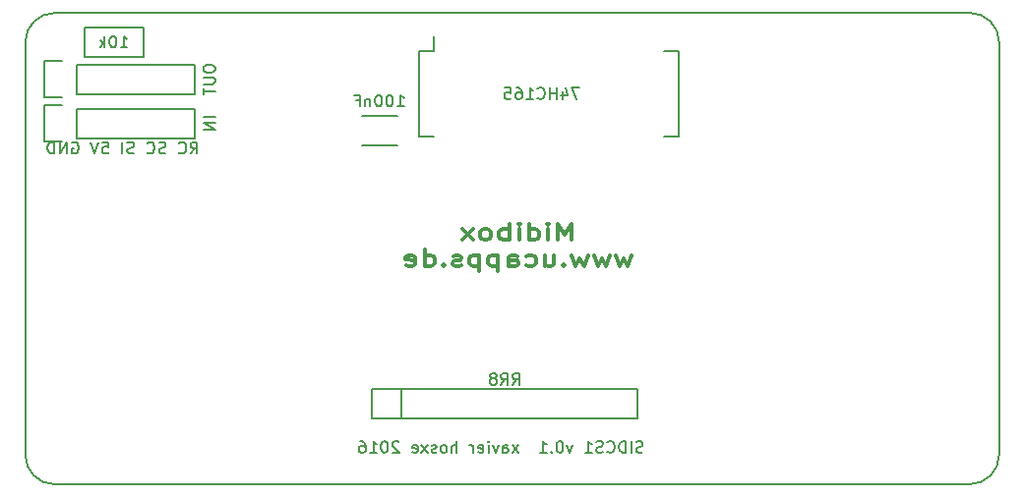
<source format=gbo>
G04 #@! TF.FileFunction,Legend,Bot*
%FSLAX46Y46*%
G04 Gerber Fmt 4.6, Leading zero omitted, Abs format (unit mm)*
G04 Created by KiCad (PCBNEW 4.0.2-4+6225~38~ubuntu14.04.1-stable) date jeu. 24 mars 2016 21:46:02 CET*
%MOMM*%
G01*
G04 APERTURE LIST*
%ADD10C,0.150000*%
%ADD11C,0.200000*%
%ADD12C,0.300000*%
G04 APERTURE END LIST*
D10*
D11*
X99305333Y-98496381D02*
X99638667Y-98020190D01*
X99876762Y-98496381D02*
X99876762Y-97496381D01*
X99495809Y-97496381D01*
X99400571Y-97544000D01*
X99352952Y-97591619D01*
X99305333Y-97686857D01*
X99305333Y-97829714D01*
X99352952Y-97924952D01*
X99400571Y-97972571D01*
X99495809Y-98020190D01*
X99876762Y-98020190D01*
X98305333Y-98401143D02*
X98352952Y-98448762D01*
X98495809Y-98496381D01*
X98591047Y-98496381D01*
X98733905Y-98448762D01*
X98829143Y-98353524D01*
X98876762Y-98258286D01*
X98924381Y-98067810D01*
X98924381Y-97924952D01*
X98876762Y-97734476D01*
X98829143Y-97639238D01*
X98733905Y-97544000D01*
X98591047Y-97496381D01*
X98495809Y-97496381D01*
X98352952Y-97544000D01*
X98305333Y-97591619D01*
X97162476Y-98448762D02*
X97019619Y-98496381D01*
X96781523Y-98496381D01*
X96686285Y-98448762D01*
X96638666Y-98401143D01*
X96591047Y-98305905D01*
X96591047Y-98210667D01*
X96638666Y-98115429D01*
X96686285Y-98067810D01*
X96781523Y-98020190D01*
X96972000Y-97972571D01*
X97067238Y-97924952D01*
X97114857Y-97877333D01*
X97162476Y-97782095D01*
X97162476Y-97686857D01*
X97114857Y-97591619D01*
X97067238Y-97544000D01*
X96972000Y-97496381D01*
X96733904Y-97496381D01*
X96591047Y-97544000D01*
X95591047Y-98401143D02*
X95638666Y-98448762D01*
X95781523Y-98496381D01*
X95876761Y-98496381D01*
X96019619Y-98448762D01*
X96114857Y-98353524D01*
X96162476Y-98258286D01*
X96210095Y-98067810D01*
X96210095Y-97924952D01*
X96162476Y-97734476D01*
X96114857Y-97639238D01*
X96019619Y-97544000D01*
X95876761Y-97496381D01*
X95781523Y-97496381D01*
X95638666Y-97544000D01*
X95591047Y-97591619D01*
X94448190Y-98448762D02*
X94305333Y-98496381D01*
X94067237Y-98496381D01*
X93971999Y-98448762D01*
X93924380Y-98401143D01*
X93876761Y-98305905D01*
X93876761Y-98210667D01*
X93924380Y-98115429D01*
X93971999Y-98067810D01*
X94067237Y-98020190D01*
X94257714Y-97972571D01*
X94352952Y-97924952D01*
X94400571Y-97877333D01*
X94448190Y-97782095D01*
X94448190Y-97686857D01*
X94400571Y-97591619D01*
X94352952Y-97544000D01*
X94257714Y-97496381D01*
X94019618Y-97496381D01*
X93876761Y-97544000D01*
X93448190Y-98496381D02*
X93448190Y-97496381D01*
X91733904Y-97496381D02*
X92210095Y-97496381D01*
X92257714Y-97972571D01*
X92210095Y-97924952D01*
X92114857Y-97877333D01*
X91876761Y-97877333D01*
X91781523Y-97924952D01*
X91733904Y-97972571D01*
X91686285Y-98067810D01*
X91686285Y-98305905D01*
X91733904Y-98401143D01*
X91781523Y-98448762D01*
X91876761Y-98496381D01*
X92114857Y-98496381D01*
X92210095Y-98448762D01*
X92257714Y-98401143D01*
X91400571Y-97496381D02*
X91067238Y-98496381D01*
X90733904Y-97496381D01*
X89114856Y-97544000D02*
X89210094Y-97496381D01*
X89352951Y-97496381D01*
X89495809Y-97544000D01*
X89591047Y-97639238D01*
X89638666Y-97734476D01*
X89686285Y-97924952D01*
X89686285Y-98067810D01*
X89638666Y-98258286D01*
X89591047Y-98353524D01*
X89495809Y-98448762D01*
X89352951Y-98496381D01*
X89257713Y-98496381D01*
X89114856Y-98448762D01*
X89067237Y-98401143D01*
X89067237Y-98067810D01*
X89257713Y-98067810D01*
X88638666Y-98496381D02*
X88638666Y-97496381D01*
X88067237Y-98496381D01*
X88067237Y-97496381D01*
X87591047Y-98496381D02*
X87591047Y-97496381D01*
X87352952Y-97496381D01*
X87210094Y-97544000D01*
X87114856Y-97639238D01*
X87067237Y-97734476D01*
X87019618Y-97924952D01*
X87019618Y-98067810D01*
X87067237Y-98258286D01*
X87114856Y-98353524D01*
X87210094Y-98448762D01*
X87352952Y-98496381D01*
X87591047Y-98496381D01*
X138239524Y-124229762D02*
X138096667Y-124277381D01*
X137858571Y-124277381D01*
X137763333Y-124229762D01*
X137715714Y-124182143D01*
X137668095Y-124086905D01*
X137668095Y-123991667D01*
X137715714Y-123896429D01*
X137763333Y-123848810D01*
X137858571Y-123801190D01*
X138049048Y-123753571D01*
X138144286Y-123705952D01*
X138191905Y-123658333D01*
X138239524Y-123563095D01*
X138239524Y-123467857D01*
X138191905Y-123372619D01*
X138144286Y-123325000D01*
X138049048Y-123277381D01*
X137810952Y-123277381D01*
X137668095Y-123325000D01*
X137239524Y-124277381D02*
X137239524Y-123277381D01*
X136763334Y-124277381D02*
X136763334Y-123277381D01*
X136525239Y-123277381D01*
X136382381Y-123325000D01*
X136287143Y-123420238D01*
X136239524Y-123515476D01*
X136191905Y-123705952D01*
X136191905Y-123848810D01*
X136239524Y-124039286D01*
X136287143Y-124134524D01*
X136382381Y-124229762D01*
X136525239Y-124277381D01*
X136763334Y-124277381D01*
X135191905Y-124182143D02*
X135239524Y-124229762D01*
X135382381Y-124277381D01*
X135477619Y-124277381D01*
X135620477Y-124229762D01*
X135715715Y-124134524D01*
X135763334Y-124039286D01*
X135810953Y-123848810D01*
X135810953Y-123705952D01*
X135763334Y-123515476D01*
X135715715Y-123420238D01*
X135620477Y-123325000D01*
X135477619Y-123277381D01*
X135382381Y-123277381D01*
X135239524Y-123325000D01*
X135191905Y-123372619D01*
X134810953Y-124229762D02*
X134668096Y-124277381D01*
X134430000Y-124277381D01*
X134334762Y-124229762D01*
X134287143Y-124182143D01*
X134239524Y-124086905D01*
X134239524Y-123991667D01*
X134287143Y-123896429D01*
X134334762Y-123848810D01*
X134430000Y-123801190D01*
X134620477Y-123753571D01*
X134715715Y-123705952D01*
X134763334Y-123658333D01*
X134810953Y-123563095D01*
X134810953Y-123467857D01*
X134763334Y-123372619D01*
X134715715Y-123325000D01*
X134620477Y-123277381D01*
X134382381Y-123277381D01*
X134239524Y-123325000D01*
X133287143Y-124277381D02*
X133858572Y-124277381D01*
X133572858Y-124277381D02*
X133572858Y-123277381D01*
X133668096Y-123420238D01*
X133763334Y-123515476D01*
X133858572Y-123563095D01*
X132191905Y-123610714D02*
X131953810Y-124277381D01*
X131715714Y-123610714D01*
X131144286Y-123277381D02*
X131049047Y-123277381D01*
X130953809Y-123325000D01*
X130906190Y-123372619D01*
X130858571Y-123467857D01*
X130810952Y-123658333D01*
X130810952Y-123896429D01*
X130858571Y-124086905D01*
X130906190Y-124182143D01*
X130953809Y-124229762D01*
X131049047Y-124277381D01*
X131144286Y-124277381D01*
X131239524Y-124229762D01*
X131287143Y-124182143D01*
X131334762Y-124086905D01*
X131382381Y-123896429D01*
X131382381Y-123658333D01*
X131334762Y-123467857D01*
X131287143Y-123372619D01*
X131239524Y-123325000D01*
X131144286Y-123277381D01*
X130382381Y-124182143D02*
X130334762Y-124229762D01*
X130382381Y-124277381D01*
X130430000Y-124229762D01*
X130382381Y-124182143D01*
X130382381Y-124277381D01*
X129382381Y-124277381D02*
X129953810Y-124277381D01*
X129668096Y-124277381D02*
X129668096Y-123277381D01*
X129763334Y-123420238D01*
X129858572Y-123515476D01*
X129953810Y-123563095D01*
X127525238Y-124277381D02*
X127001428Y-123610714D01*
X127525238Y-123610714D02*
X127001428Y-124277381D01*
X126191904Y-124277381D02*
X126191904Y-123753571D01*
X126239523Y-123658333D01*
X126334761Y-123610714D01*
X126525238Y-123610714D01*
X126620476Y-123658333D01*
X126191904Y-124229762D02*
X126287142Y-124277381D01*
X126525238Y-124277381D01*
X126620476Y-124229762D01*
X126668095Y-124134524D01*
X126668095Y-124039286D01*
X126620476Y-123944048D01*
X126525238Y-123896429D01*
X126287142Y-123896429D01*
X126191904Y-123848810D01*
X125810952Y-123610714D02*
X125572857Y-124277381D01*
X125334761Y-123610714D01*
X124953809Y-124277381D02*
X124953809Y-123610714D01*
X124953809Y-123277381D02*
X125001428Y-123325000D01*
X124953809Y-123372619D01*
X124906190Y-123325000D01*
X124953809Y-123277381D01*
X124953809Y-123372619D01*
X124096666Y-124229762D02*
X124191904Y-124277381D01*
X124382381Y-124277381D01*
X124477619Y-124229762D01*
X124525238Y-124134524D01*
X124525238Y-123753571D01*
X124477619Y-123658333D01*
X124382381Y-123610714D01*
X124191904Y-123610714D01*
X124096666Y-123658333D01*
X124049047Y-123753571D01*
X124049047Y-123848810D01*
X124525238Y-123944048D01*
X123620476Y-124277381D02*
X123620476Y-123610714D01*
X123620476Y-123801190D02*
X123572857Y-123705952D01*
X123525238Y-123658333D01*
X123430000Y-123610714D01*
X123334761Y-123610714D01*
X122239523Y-124277381D02*
X122239523Y-123277381D01*
X121810951Y-124277381D02*
X121810951Y-123753571D01*
X121858570Y-123658333D01*
X121953808Y-123610714D01*
X122096666Y-123610714D01*
X122191904Y-123658333D01*
X122239523Y-123705952D01*
X121191904Y-124277381D02*
X121287142Y-124229762D01*
X121334761Y-124182143D01*
X121382380Y-124086905D01*
X121382380Y-123801190D01*
X121334761Y-123705952D01*
X121287142Y-123658333D01*
X121191904Y-123610714D01*
X121049046Y-123610714D01*
X120953808Y-123658333D01*
X120906189Y-123705952D01*
X120858570Y-123801190D01*
X120858570Y-124086905D01*
X120906189Y-124182143D01*
X120953808Y-124229762D01*
X121049046Y-124277381D01*
X121191904Y-124277381D01*
X120477618Y-124229762D02*
X120382380Y-124277381D01*
X120191904Y-124277381D01*
X120096665Y-124229762D01*
X120049046Y-124134524D01*
X120049046Y-124086905D01*
X120096665Y-123991667D01*
X120191904Y-123944048D01*
X120334761Y-123944048D01*
X120429999Y-123896429D01*
X120477618Y-123801190D01*
X120477618Y-123753571D01*
X120429999Y-123658333D01*
X120334761Y-123610714D01*
X120191904Y-123610714D01*
X120096665Y-123658333D01*
X119715713Y-124277381D02*
X119191903Y-123610714D01*
X119715713Y-123610714D02*
X119191903Y-124277381D01*
X118429998Y-124229762D02*
X118525236Y-124277381D01*
X118715713Y-124277381D01*
X118810951Y-124229762D01*
X118858570Y-124134524D01*
X118858570Y-123753571D01*
X118810951Y-123658333D01*
X118715713Y-123610714D01*
X118525236Y-123610714D01*
X118429998Y-123658333D01*
X118382379Y-123753571D01*
X118382379Y-123848810D01*
X118858570Y-123944048D01*
X117239522Y-123372619D02*
X117191903Y-123325000D01*
X117096665Y-123277381D01*
X116858569Y-123277381D01*
X116763331Y-123325000D01*
X116715712Y-123372619D01*
X116668093Y-123467857D01*
X116668093Y-123563095D01*
X116715712Y-123705952D01*
X117287141Y-124277381D01*
X116668093Y-124277381D01*
X116049046Y-123277381D02*
X115953807Y-123277381D01*
X115858569Y-123325000D01*
X115810950Y-123372619D01*
X115763331Y-123467857D01*
X115715712Y-123658333D01*
X115715712Y-123896429D01*
X115763331Y-124086905D01*
X115810950Y-124182143D01*
X115858569Y-124229762D01*
X115953807Y-124277381D01*
X116049046Y-124277381D01*
X116144284Y-124229762D01*
X116191903Y-124182143D01*
X116239522Y-124086905D01*
X116287141Y-123896429D01*
X116287141Y-123658333D01*
X116239522Y-123467857D01*
X116191903Y-123372619D01*
X116144284Y-123325000D01*
X116049046Y-123277381D01*
X114763331Y-124277381D02*
X115334760Y-124277381D01*
X115049046Y-124277381D02*
X115049046Y-123277381D01*
X115144284Y-123420238D01*
X115239522Y-123515476D01*
X115334760Y-123563095D01*
X113906188Y-123277381D02*
X114096665Y-123277381D01*
X114191903Y-123325000D01*
X114239522Y-123372619D01*
X114334760Y-123515476D01*
X114382379Y-123705952D01*
X114382379Y-124086905D01*
X114334760Y-124182143D01*
X114287141Y-124229762D01*
X114191903Y-124277381D01*
X114001426Y-124277381D01*
X113906188Y-124229762D01*
X113858569Y-124182143D01*
X113810950Y-124086905D01*
X113810950Y-123848810D01*
X113858569Y-123753571D01*
X113906188Y-123705952D01*
X114001426Y-123658333D01*
X114191903Y-123658333D01*
X114287141Y-123705952D01*
X114334760Y-123753571D01*
X114382379Y-123848810D01*
D12*
X132136571Y-105929333D02*
X132136571Y-104529333D01*
X131536571Y-105529333D01*
X130936571Y-104529333D01*
X130936571Y-105929333D01*
X130079428Y-105929333D02*
X130079428Y-104996000D01*
X130079428Y-104529333D02*
X130165142Y-104596000D01*
X130079428Y-104662667D01*
X129993713Y-104596000D01*
X130079428Y-104529333D01*
X130079428Y-104662667D01*
X128450856Y-105929333D02*
X128450856Y-104529333D01*
X128450856Y-105862667D02*
X128622285Y-105929333D01*
X128965142Y-105929333D01*
X129136570Y-105862667D01*
X129222285Y-105796000D01*
X129307999Y-105662667D01*
X129307999Y-105262667D01*
X129222285Y-105129333D01*
X129136570Y-105062667D01*
X128965142Y-104996000D01*
X128622285Y-104996000D01*
X128450856Y-105062667D01*
X127593714Y-105929333D02*
X127593714Y-104996000D01*
X127593714Y-104529333D02*
X127679428Y-104596000D01*
X127593714Y-104662667D01*
X127507999Y-104596000D01*
X127593714Y-104529333D01*
X127593714Y-104662667D01*
X126736571Y-105929333D02*
X126736571Y-104529333D01*
X126736571Y-105062667D02*
X126565142Y-104996000D01*
X126222285Y-104996000D01*
X126050856Y-105062667D01*
X125965142Y-105129333D01*
X125879428Y-105262667D01*
X125879428Y-105662667D01*
X125965142Y-105796000D01*
X126050856Y-105862667D01*
X126222285Y-105929333D01*
X126565142Y-105929333D01*
X126736571Y-105862667D01*
X124850857Y-105929333D02*
X125022285Y-105862667D01*
X125108000Y-105796000D01*
X125193714Y-105662667D01*
X125193714Y-105262667D01*
X125108000Y-105129333D01*
X125022285Y-105062667D01*
X124850857Y-104996000D01*
X124593714Y-104996000D01*
X124422285Y-105062667D01*
X124336571Y-105129333D01*
X124250857Y-105262667D01*
X124250857Y-105662667D01*
X124336571Y-105796000D01*
X124422285Y-105862667D01*
X124593714Y-105929333D01*
X124850857Y-105929333D01*
X123650857Y-105929333D02*
X122708000Y-104996000D01*
X123650857Y-104996000D02*
X122708000Y-105929333D01*
X137279427Y-107256000D02*
X136936570Y-108189333D01*
X136593713Y-107522667D01*
X136250856Y-108189333D01*
X135907999Y-107256000D01*
X135393713Y-107256000D02*
X135050856Y-108189333D01*
X134707999Y-107522667D01*
X134365142Y-108189333D01*
X134022285Y-107256000D01*
X133507999Y-107256000D02*
X133165142Y-108189333D01*
X132822285Y-107522667D01*
X132479428Y-108189333D01*
X132136571Y-107256000D01*
X131450857Y-108056000D02*
X131365142Y-108122667D01*
X131450857Y-108189333D01*
X131536571Y-108122667D01*
X131450857Y-108056000D01*
X131450857Y-108189333D01*
X129822285Y-107256000D02*
X129822285Y-108189333D01*
X130593714Y-107256000D02*
X130593714Y-107989333D01*
X130507999Y-108122667D01*
X130336571Y-108189333D01*
X130079428Y-108189333D01*
X129907999Y-108122667D01*
X129822285Y-108056000D01*
X128193714Y-108122667D02*
X128365143Y-108189333D01*
X128708000Y-108189333D01*
X128879428Y-108122667D01*
X128965143Y-108056000D01*
X129050857Y-107922667D01*
X129050857Y-107522667D01*
X128965143Y-107389333D01*
X128879428Y-107322667D01*
X128708000Y-107256000D01*
X128365143Y-107256000D01*
X128193714Y-107322667D01*
X126650857Y-108189333D02*
X126650857Y-107456000D01*
X126736571Y-107322667D01*
X126908000Y-107256000D01*
X127250857Y-107256000D01*
X127422286Y-107322667D01*
X126650857Y-108122667D02*
X126822286Y-108189333D01*
X127250857Y-108189333D01*
X127422286Y-108122667D01*
X127508000Y-107989333D01*
X127508000Y-107856000D01*
X127422286Y-107722667D01*
X127250857Y-107656000D01*
X126822286Y-107656000D01*
X126650857Y-107589333D01*
X125793715Y-107256000D02*
X125793715Y-108656000D01*
X125793715Y-107322667D02*
X125622286Y-107256000D01*
X125279429Y-107256000D01*
X125108000Y-107322667D01*
X125022286Y-107389333D01*
X124936572Y-107522667D01*
X124936572Y-107922667D01*
X125022286Y-108056000D01*
X125108000Y-108122667D01*
X125279429Y-108189333D01*
X125622286Y-108189333D01*
X125793715Y-108122667D01*
X124165144Y-107256000D02*
X124165144Y-108656000D01*
X124165144Y-107322667D02*
X123993715Y-107256000D01*
X123650858Y-107256000D01*
X123479429Y-107322667D01*
X123393715Y-107389333D01*
X123308001Y-107522667D01*
X123308001Y-107922667D01*
X123393715Y-108056000D01*
X123479429Y-108122667D01*
X123650858Y-108189333D01*
X123993715Y-108189333D01*
X124165144Y-108122667D01*
X122622287Y-108122667D02*
X122450858Y-108189333D01*
X122108001Y-108189333D01*
X121936573Y-108122667D01*
X121850858Y-107989333D01*
X121850858Y-107922667D01*
X121936573Y-107789333D01*
X122108001Y-107722667D01*
X122365144Y-107722667D01*
X122536573Y-107656000D01*
X122622287Y-107522667D01*
X122622287Y-107456000D01*
X122536573Y-107322667D01*
X122365144Y-107256000D01*
X122108001Y-107256000D01*
X121936573Y-107322667D01*
X121079430Y-108056000D02*
X120993715Y-108122667D01*
X121079430Y-108189333D01*
X121165144Y-108122667D01*
X121079430Y-108056000D01*
X121079430Y-108189333D01*
X119450858Y-108189333D02*
X119450858Y-106789333D01*
X119450858Y-108122667D02*
X119622287Y-108189333D01*
X119965144Y-108189333D01*
X120136572Y-108122667D01*
X120222287Y-108056000D01*
X120308001Y-107922667D01*
X120308001Y-107522667D01*
X120222287Y-107389333D01*
X120136572Y-107322667D01*
X119965144Y-107256000D01*
X119622287Y-107256000D01*
X119450858Y-107322667D01*
X117908001Y-108122667D02*
X118079430Y-108189333D01*
X118422287Y-108189333D01*
X118593716Y-108122667D01*
X118679430Y-107989333D01*
X118679430Y-107456000D01*
X118593716Y-107322667D01*
X118422287Y-107256000D01*
X118079430Y-107256000D01*
X117908001Y-107322667D01*
X117822287Y-107456000D01*
X117822287Y-107589333D01*
X118679430Y-107722667D01*
D10*
X168910000Y-88900000D02*
G75*
G03X166370000Y-86360000I-2540000J0D01*
G01*
X166370000Y-127000000D02*
G75*
G03X168910000Y-124460000I0J2540000D01*
G01*
X85090000Y-124460000D02*
G75*
G03X87630000Y-127000000I2540000J0D01*
G01*
X87630000Y-86360000D02*
G75*
G03X85090000Y-88900000I0J-2540000D01*
G01*
X85090000Y-124460000D02*
X85090000Y-88900000D01*
X166370000Y-127000000D02*
X87630000Y-127000000D01*
X168910000Y-88900000D02*
X168910000Y-124460000D01*
X87630000Y-86360000D02*
X166370000Y-86360000D01*
X118990000Y-89670000D02*
X120260000Y-89670000D01*
X118990000Y-97020000D02*
X120260000Y-97020000D01*
X141360000Y-97020000D02*
X140090000Y-97020000D01*
X141360000Y-89670000D02*
X140090000Y-89670000D01*
X118990000Y-89670000D02*
X118990000Y-97020000D01*
X141360000Y-89670000D02*
X141360000Y-97020000D01*
X120260000Y-89670000D02*
X120260000Y-88385000D01*
X88265000Y-94335000D02*
X86715000Y-94335000D01*
X86715000Y-94335000D02*
X86715000Y-97435000D01*
X86715000Y-97435000D02*
X88265000Y-97435000D01*
X89535000Y-97155000D02*
X99695000Y-97155000D01*
X99695000Y-97155000D02*
X99695000Y-94615000D01*
X99695000Y-94615000D02*
X89535000Y-94615000D01*
X89535000Y-97155000D02*
X89535000Y-94615000D01*
X88265000Y-90525000D02*
X86715000Y-90525000D01*
X86715000Y-90525000D02*
X86715000Y-93625000D01*
X86715000Y-93625000D02*
X88265000Y-93625000D01*
X89535000Y-93345000D02*
X99695000Y-93345000D01*
X99695000Y-93345000D02*
X99695000Y-90805000D01*
X99695000Y-90805000D02*
X89535000Y-90805000D01*
X89535000Y-93345000D02*
X89535000Y-90805000D01*
X117090000Y-95270000D02*
X114090000Y-95270000D01*
X114090000Y-97770000D02*
X117090000Y-97770000D01*
X137795000Y-121285000D02*
X137795000Y-118745000D01*
X137795000Y-118745000D02*
X114935000Y-118745000D01*
X114935000Y-118745000D02*
X114935000Y-121285000D01*
X137795000Y-121285000D02*
X114935000Y-121285000D01*
X117475000Y-121285000D02*
X117475000Y-118745000D01*
X95250000Y-87630000D02*
X90170000Y-87630000D01*
X90170000Y-87630000D02*
X90170000Y-90170000D01*
X90170000Y-90170000D02*
X95250000Y-90170000D01*
X95250000Y-90170000D02*
X95250000Y-87630000D01*
X132801905Y-92797381D02*
X132135238Y-92797381D01*
X132563810Y-93797381D01*
X131325714Y-93130714D02*
X131325714Y-93797381D01*
X131563810Y-92749762D02*
X131801905Y-93464048D01*
X131182857Y-93464048D01*
X130801905Y-93797381D02*
X130801905Y-92797381D01*
X130801905Y-93273571D02*
X130230476Y-93273571D01*
X130230476Y-93797381D02*
X130230476Y-92797381D01*
X129182857Y-93702143D02*
X129230476Y-93749762D01*
X129373333Y-93797381D01*
X129468571Y-93797381D01*
X129611429Y-93749762D01*
X129706667Y-93654524D01*
X129754286Y-93559286D01*
X129801905Y-93368810D01*
X129801905Y-93225952D01*
X129754286Y-93035476D01*
X129706667Y-92940238D01*
X129611429Y-92845000D01*
X129468571Y-92797381D01*
X129373333Y-92797381D01*
X129230476Y-92845000D01*
X129182857Y-92892619D01*
X128230476Y-93797381D02*
X128801905Y-93797381D01*
X128516191Y-93797381D02*
X128516191Y-92797381D01*
X128611429Y-92940238D01*
X128706667Y-93035476D01*
X128801905Y-93083095D01*
X127373333Y-92797381D02*
X127563810Y-92797381D01*
X127659048Y-92845000D01*
X127706667Y-92892619D01*
X127801905Y-93035476D01*
X127849524Y-93225952D01*
X127849524Y-93606905D01*
X127801905Y-93702143D01*
X127754286Y-93749762D01*
X127659048Y-93797381D01*
X127468571Y-93797381D01*
X127373333Y-93749762D01*
X127325714Y-93702143D01*
X127278095Y-93606905D01*
X127278095Y-93368810D01*
X127325714Y-93273571D01*
X127373333Y-93225952D01*
X127468571Y-93178333D01*
X127659048Y-93178333D01*
X127754286Y-93225952D01*
X127801905Y-93273571D01*
X127849524Y-93368810D01*
X126373333Y-92797381D02*
X126849524Y-92797381D01*
X126897143Y-93273571D01*
X126849524Y-93225952D01*
X126754286Y-93178333D01*
X126516190Y-93178333D01*
X126420952Y-93225952D01*
X126373333Y-93273571D01*
X126325714Y-93368810D01*
X126325714Y-93606905D01*
X126373333Y-93702143D01*
X126420952Y-93749762D01*
X126516190Y-93797381D01*
X126754286Y-93797381D01*
X126849524Y-93749762D01*
X126897143Y-93702143D01*
X101417381Y-95361191D02*
X100417381Y-95361191D01*
X101417381Y-95837381D02*
X100417381Y-95837381D01*
X101417381Y-96408810D01*
X100417381Y-96408810D01*
X100417381Y-91075000D02*
X100417381Y-91265477D01*
X100465000Y-91360715D01*
X100560238Y-91455953D01*
X100750714Y-91503572D01*
X101084048Y-91503572D01*
X101274524Y-91455953D01*
X101369762Y-91360715D01*
X101417381Y-91265477D01*
X101417381Y-91075000D01*
X101369762Y-90979762D01*
X101274524Y-90884524D01*
X101084048Y-90836905D01*
X100750714Y-90836905D01*
X100560238Y-90884524D01*
X100465000Y-90979762D01*
X100417381Y-91075000D01*
X100417381Y-91932143D02*
X101226905Y-91932143D01*
X101322143Y-91979762D01*
X101369762Y-92027381D01*
X101417381Y-92122619D01*
X101417381Y-92313096D01*
X101369762Y-92408334D01*
X101322143Y-92455953D01*
X101226905Y-92503572D01*
X100417381Y-92503572D01*
X100417381Y-92836905D02*
X100417381Y-93408334D01*
X101417381Y-93122619D02*
X100417381Y-93122619D01*
X117117619Y-94432381D02*
X117689048Y-94432381D01*
X117403334Y-94432381D02*
X117403334Y-93432381D01*
X117498572Y-93575238D01*
X117593810Y-93670476D01*
X117689048Y-93718095D01*
X116498572Y-93432381D02*
X116403333Y-93432381D01*
X116308095Y-93480000D01*
X116260476Y-93527619D01*
X116212857Y-93622857D01*
X116165238Y-93813333D01*
X116165238Y-94051429D01*
X116212857Y-94241905D01*
X116260476Y-94337143D01*
X116308095Y-94384762D01*
X116403333Y-94432381D01*
X116498572Y-94432381D01*
X116593810Y-94384762D01*
X116641429Y-94337143D01*
X116689048Y-94241905D01*
X116736667Y-94051429D01*
X116736667Y-93813333D01*
X116689048Y-93622857D01*
X116641429Y-93527619D01*
X116593810Y-93480000D01*
X116498572Y-93432381D01*
X115546191Y-93432381D02*
X115450952Y-93432381D01*
X115355714Y-93480000D01*
X115308095Y-93527619D01*
X115260476Y-93622857D01*
X115212857Y-93813333D01*
X115212857Y-94051429D01*
X115260476Y-94241905D01*
X115308095Y-94337143D01*
X115355714Y-94384762D01*
X115450952Y-94432381D01*
X115546191Y-94432381D01*
X115641429Y-94384762D01*
X115689048Y-94337143D01*
X115736667Y-94241905D01*
X115784286Y-94051429D01*
X115784286Y-93813333D01*
X115736667Y-93622857D01*
X115689048Y-93527619D01*
X115641429Y-93480000D01*
X115546191Y-93432381D01*
X114784286Y-93765714D02*
X114784286Y-94432381D01*
X114784286Y-93860952D02*
X114736667Y-93813333D01*
X114641429Y-93765714D01*
X114498571Y-93765714D01*
X114403333Y-93813333D01*
X114355714Y-93908571D01*
X114355714Y-94432381D01*
X113546190Y-93908571D02*
X113879524Y-93908571D01*
X113879524Y-94432381D02*
X113879524Y-93432381D01*
X113403333Y-93432381D01*
X127031666Y-118435381D02*
X127365000Y-117959190D01*
X127603095Y-118435381D02*
X127603095Y-117435381D01*
X127222142Y-117435381D01*
X127126904Y-117483000D01*
X127079285Y-117530619D01*
X127031666Y-117625857D01*
X127031666Y-117768714D01*
X127079285Y-117863952D01*
X127126904Y-117911571D01*
X127222142Y-117959190D01*
X127603095Y-117959190D01*
X126031666Y-118435381D02*
X126365000Y-117959190D01*
X126603095Y-118435381D02*
X126603095Y-117435381D01*
X126222142Y-117435381D01*
X126126904Y-117483000D01*
X126079285Y-117530619D01*
X126031666Y-117625857D01*
X126031666Y-117768714D01*
X126079285Y-117863952D01*
X126126904Y-117911571D01*
X126222142Y-117959190D01*
X126603095Y-117959190D01*
X125460238Y-117863952D02*
X125555476Y-117816333D01*
X125603095Y-117768714D01*
X125650714Y-117673476D01*
X125650714Y-117625857D01*
X125603095Y-117530619D01*
X125555476Y-117483000D01*
X125460238Y-117435381D01*
X125269761Y-117435381D01*
X125174523Y-117483000D01*
X125126904Y-117530619D01*
X125079285Y-117625857D01*
X125079285Y-117673476D01*
X125126904Y-117768714D01*
X125174523Y-117816333D01*
X125269761Y-117863952D01*
X125460238Y-117863952D01*
X125555476Y-117911571D01*
X125603095Y-117959190D01*
X125650714Y-118054429D01*
X125650714Y-118244905D01*
X125603095Y-118340143D01*
X125555476Y-118387762D01*
X125460238Y-118435381D01*
X125269761Y-118435381D01*
X125174523Y-118387762D01*
X125126904Y-118340143D01*
X125079285Y-118244905D01*
X125079285Y-118054429D01*
X125126904Y-117959190D01*
X125174523Y-117911571D01*
X125269761Y-117863952D01*
X93305238Y-89352381D02*
X93876667Y-89352381D01*
X93590953Y-89352381D02*
X93590953Y-88352381D01*
X93686191Y-88495238D01*
X93781429Y-88590476D01*
X93876667Y-88638095D01*
X92686191Y-88352381D02*
X92590952Y-88352381D01*
X92495714Y-88400000D01*
X92448095Y-88447619D01*
X92400476Y-88542857D01*
X92352857Y-88733333D01*
X92352857Y-88971429D01*
X92400476Y-89161905D01*
X92448095Y-89257143D01*
X92495714Y-89304762D01*
X92590952Y-89352381D01*
X92686191Y-89352381D01*
X92781429Y-89304762D01*
X92829048Y-89257143D01*
X92876667Y-89161905D01*
X92924286Y-88971429D01*
X92924286Y-88733333D01*
X92876667Y-88542857D01*
X92829048Y-88447619D01*
X92781429Y-88400000D01*
X92686191Y-88352381D01*
X91924286Y-89352381D02*
X91924286Y-88352381D01*
X91829048Y-88971429D02*
X91543333Y-89352381D01*
X91543333Y-88685714D02*
X91924286Y-89066667D01*
M02*

</source>
